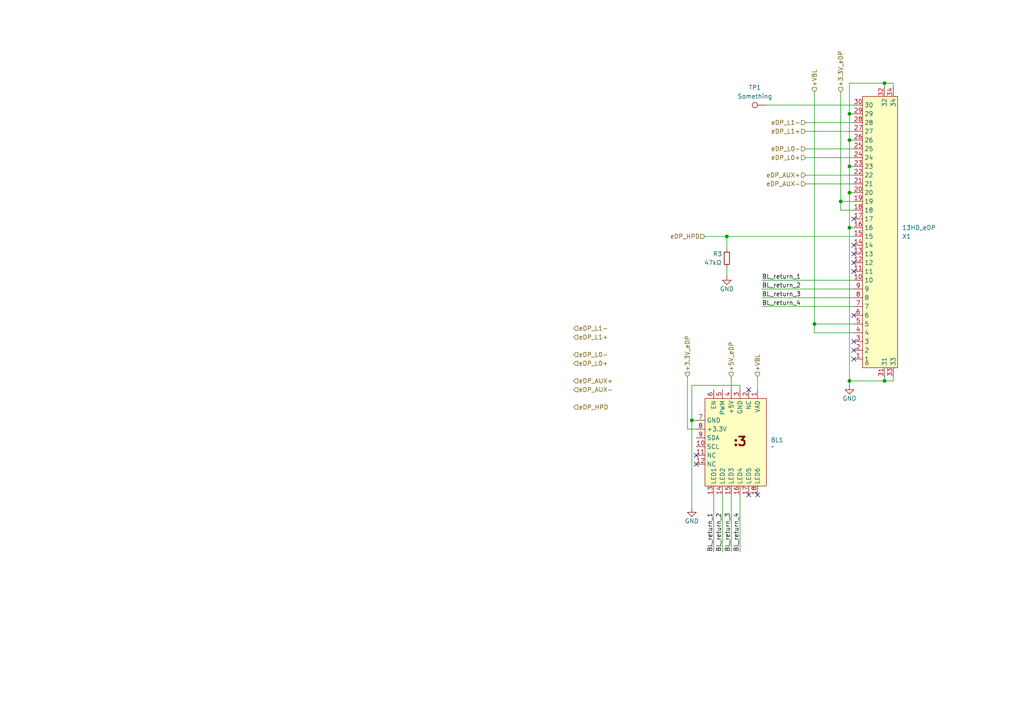
<source format=kicad_sch>
(kicad_sch (version 20231120) (generator "eeschema") (generator_version "8.0")
  (paper "A4")
  (lib_symbols
    (symbol "A_my_stuff:30pipex"
      (property "Reference" "X?" (at 0 46.99 0))
      (property "Value" "30pipex" (at 0 -46.99 0))
      (symbol "30pipex_0_1"
        (rectangle (start -2.54 39.37) (end 7.62 -39.37) (fill (type background)))
        (circle (center -1.27 38.1) (radius 0.38))
        (pin unspecified line (at -5.08 36.83 0) (length 2.54) (name "1") (number "1"))
        (pin unspecified line (at -5.08 13.97 0) (length 2.54) (name "10") (number "10"))
        (pin unspecified line (at -5.08 11.43 0) (length 2.54) (name "11") (number "11"))
        (pin unspecified line (at -5.08 8.89 0) (length 2.54) (name "12") (number "12"))
        (pin unspecified line (at -5.08 6.35 0) (length 2.54) (name "13") (number "13"))
        (pin unspecified line (at -5.08 3.81 0) (length 2.54) (name "14") (number "14"))
        (pin unspecified line (at -5.08 1.27 0) (length 2.54) (name "15") (number "15"))
        (pin unspecified line (at -5.08 -1.27 0) (length 2.54) (name "16") (number "16"))
        (pin unspecified line (at -5.08 -3.81 0) (length 2.54) (name "17") (number "17"))
        (pin unspecified line (at -5.08 -6.35 0) (length 2.54) (name "18") (number "18"))
        (pin unspecified line (at -5.08 -8.89 0) (length 2.54) (name "19") (number "19"))
        (pin unspecified line (at -5.08 34.29 0) (length 2.54) (name "2") (number "2"))
        (pin unspecified line (at -5.08 -11.43 0) (length 2.54) (name "20") (number "20"))
        (pin unspecified line (at -5.08 -13.97 0) (length 2.54) (name "21") (number "21"))
        (pin unspecified line (at -5.08 -16.51 0) (length 2.54) (name "22") (number "22"))
        (pin unspecified line (at -5.08 -19.05 0) (length 2.54) (name "23") (number "23"))
        (pin unspecified line (at -5.08 -21.59 0) (length 2.54) (name "24") (number "24"))
        (pin unspecified line (at -5.08 -24.13 0) (length 2.54) (name "25") (number "25"))
        (pin unspecified line (at -5.08 -26.67 0) (length 2.54) (name "26") (number "26"))
        (pin unspecified line (at -5.08 -29.21 0) (length 2.54) (name "27") (number "27"))
        (pin unspecified line (at -5.08 -31.75 0) (length 2.54) (name "28") (number "28"))
        (pin unspecified line (at -5.08 -34.29 0) (length 2.54) (name "29") (number "29"))
        (pin unspecified line (at -5.08 31.75 0) (length 2.54) (name "3") (number "3"))
        (pin unspecified line (at -5.08 -36.83 0) (length 2.54) (name "30") (number "30"))
        (pin unspecified line (at 3.81 41.91 270) (length 2.54) (name "31") (number "31"))
        (pin unspecified line (at 3.81 -41.91 90) (length 2.54) (name "32") (number "32"))
        (pin unspecified line (at 6.35 41.91 270) (length 2.54) (name "33") (number "33"))
        (pin unspecified line (at 6.35 -41.91 90) (length 2.54) (name "34") (number "34"))
        (pin unspecified line (at -5.08 29.21 0) (length 2.54) (name "4") (number "4"))
        (pin unspecified line (at -5.08 26.67 0) (length 2.54) (name "5") (number "5"))
        (pin unspecified line (at -5.08 24.13 0) (length 2.54) (name "6") (number "6"))
        (pin unspecified line (at -5.08 21.59 0) (length 2.54) (name "7") (number "7"))
        (pin unspecified line (at -5.08 19.05 0) (length 2.54) (name "8") (number "8"))
        (pin unspecified line (at -5.08 16.51 0) (length 2.54) (name "9") (number "9"))
      )
    )
    (symbol "A_my_stuff:koyomi-backlight"
      (property "Reference" "BL" (at 11.684 1.016 0))
      (symbol "koyomi-backlight_0_1"
        (rectangle (start -7.62 12.7) (end 10.16 -12.7) (fill (type background)))
      )
      (symbol "koyomi-backlight_1_1"
        (text ":3" (at 2.54 0.254 0) (effects (font (size 2.54 2.54) (bold yes))))
        (pin unspecified line (at 7.62 15.24 270) (length 2.54) (name "VAD") (number "1"))
        (pin unspecified line (at -10.16 -1.27 0) (length 2.54) (name "SCL") (number "10"))
        (pin unspecified line (at -10.16 -3.81 0) (length 2.54) (name "NC") (number "11"))
        (pin unspecified line (at -10.16 -6.35 0) (length 2.54) (name "NC") (number "12"))
        (pin unspecified line (at -5.08 -15.24 90) (length 2.54) (name "LED1") (number "13"))
        (pin unspecified line (at -2.54 -15.24 90) (length 2.54) (name "LED2") (number "14"))
        (pin unspecified line (at 0 -15.24 90) (length 2.54) (name "LED3") (number "15"))
        (pin unspecified line (at 2.54 -15.24 90) (length 2.54) (name "LED4") (number "16"))
        (pin unspecified line (at 5.08 -15.24 90) (length 2.54) (name "LED5") (number "17"))
        (pin unspecified line (at 7.62 -15.24 90) (length 2.54) (name "LED6") (number "18"))
        (pin unspecified line (at 5.08 15.24 270) (length 2.54) (name "NC") (number "2"))
        (pin unspecified line (at 2.54 15.24 270) (length 2.54) (name "GND") (number "3"))
        (pin unspecified line (at 0 15.24 270) (length 2.54) (name "+5V") (number "4"))
        (pin unspecified line (at -2.54 15.24 270) (length 2.54) (name "PWM") (number "5"))
        (pin unspecified line (at -5.08 15.24 270) (length 2.54) (name "EN") (number "6"))
        (pin unspecified line (at -10.16 6.35 0) (length 2.54) (name "GND") (number "7"))
        (pin unspecified line (at -10.16 3.81 0) (length 2.54) (name "+3.3V") (number "8"))
        (pin unspecified line (at -10.16 1.27 0) (length 2.54) (name "SDA") (number "9"))
      )
    )
    (symbol "Connector:TestPoint" (pin_numbers hide) (pin_names (offset 0.762) hide)
      (property "Reference" "TP" (at 0 6.858 0))
      (property "Value" "TestPoint" (at 0 5.08 0))
      (symbol "TestPoint_0_1"
        (circle (center 0 3.302) (radius 0.762))
      )
      (symbol "TestPoint_1_1"
        (pin passive line (at 0 0 90) (length 2.54) (name "1") (number "1"))
      )
    )
    (symbol "Device:R_Small" (pin_numbers hide) (pin_names (offset 0.254) hide)
      (property "Reference" "R" (at 0.762 0.508 0))
      (property "Value" "R_Small" (at 0.762 -1.016 0))
      (symbol "R_Small_0_1"
        (rectangle (start -0.762 1.778) (end 0.762 -1.778) (stroke (width 0.2032)))
      )
      (symbol "R_Small_1_1"
        (pin passive line (at 0 2.54 270) (length 0.762) (name "~") (number "1"))
        (pin passive line (at 0 -2.54 90) (length 0.762) (name "~") (number "2"))
      )
    )
    (symbol "power:GND" (power) (pin_numbers hide) (pin_names (offset 0) hide)
      (property "Value" "GND" (at 0 -3.81 0))
      (symbol "GND_0_1"
        (polyline (pts (xy 0 0) (xy 0 -1.27) (xy 1.27 -1.27) (xy 0 -2.54) (xy -1.27 -1.27) (xy 0 -1.27)))
      )
      (symbol "GND_1_1"
        (pin power_in line (at 0 0 270) (length 0) (name "~") (number "1"))
      )
    )
  )
  (junction (at 243.84 58.42))
  (junction (at 256.54 110.49))
  (junction (at 256.54 24.13))
  (junction (at 246.38 33.02))
  (junction (at 246.38 66.04))
  (junction (at 200.66 121.92))
  (junction (at 210.82 68.58))
  (junction (at 236.22 93.98))
  (junction (at 246.38 40.64))
  (junction (at 246.38 48.26))
  (junction (at 246.38 55.88))
  (junction (at 246.38 110.49))
  (no_connect (at 247.65 63.5))
  (no_connect (at 247.65 104.14))
  (no_connect (at 219.71 143.51))
  (no_connect (at 247.65 99.06))
  (no_connect (at 247.65 91.44))
  (no_connect (at 201.93 132.08))
  (no_connect (at 217.17 113.03))
  (no_connect (at 201.93 134.62))
  (no_connect (at 247.65 101.6))
  (no_connect (at 217.17 143.51))
  (no_connect (at 247.65 78.74))
  (no_connect (at 247.65 71.12))
  (no_connect (at 247.65 73.66))
  (no_connect (at 247.65 76.2))
  (wire (pts (xy 236.22 96.52) (xy 236.22 93.98)))
  (wire (pts (xy 247.65 38.1) (xy 233.68 38.1)))
  (wire (pts (xy 246.38 40.64) (xy 246.38 48.26)))
  (wire (pts (xy 210.82 68.58) (xy 247.65 68.58)))
  (wire (pts (xy 247.65 96.52) (xy 236.22 96.52)))
  (wire (pts (xy 256.54 109.22) (xy 256.54 110.49)))
  (wire (pts (xy 246.38 66.04) (xy 246.38 110.49)))
  (wire (pts (xy 214.63 113.03) (xy 214.63 111.76)))
  (wire (pts (xy 214.63 143.51) (xy 214.63 160.02)))
  (wire (pts (xy 219.71 113.03) (xy 219.71 109.22)))
  (wire (pts (xy 247.65 30.48) (xy 222.25 30.48)))
  (wire (pts (xy 210.82 72.39) (xy 210.82 68.58)))
  (wire (pts (xy 256.54 25.4) (xy 256.54 24.13)))
  (wire (pts (xy 220.98 81.28) (xy 247.65 81.28)))
  (wire (pts (xy 247.65 40.64) (xy 246.38 40.64)))
  (wire (pts (xy 204.47 68.58) (xy 210.82 68.58)))
  (wire (pts (xy 207.01 143.51) (xy 207.01 160.02)))
  (wire (pts (xy 246.38 110.49) (xy 256.54 110.49)))
  (wire (pts (xy 247.65 48.26) (xy 246.38 48.26)))
  (wire (pts (xy 220.98 86.36) (xy 247.65 86.36)))
  (wire (pts (xy 247.65 45.72) (xy 233.68 45.72)))
  (wire (pts (xy 247.65 53.34) (xy 233.68 53.34)))
  (wire (pts (xy 199.39 109.22) (xy 199.39 124.46)))
  (wire (pts (xy 246.38 33.02) (xy 246.38 40.64)))
  (wire (pts (xy 214.63 111.76) (xy 200.66 111.76)))
  (wire (pts (xy 243.84 58.42) (xy 243.84 60.96)))
  (wire (pts (xy 246.38 55.88) (xy 246.38 66.04)))
  (wire (pts (xy 259.08 24.13) (xy 256.54 24.13)))
  (wire (pts (xy 212.09 109.22) (xy 212.09 113.03)))
  (wire (pts (xy 259.08 110.49) (xy 259.08 109.22)))
  (wire (pts (xy 256.54 110.49) (xy 259.08 110.49)))
  (wire (pts (xy 233.68 50.8) (xy 247.65 50.8)))
  (wire (pts (xy 220.98 83.82) (xy 247.65 83.82)))
  (wire (pts (xy 233.68 35.56) (xy 247.65 35.56)))
  (wire (pts (xy 247.65 55.88) (xy 246.38 55.88)))
  (wire (pts (xy 243.84 26.67) (xy 243.84 58.42)))
  (wire (pts (xy 256.54 24.13) (xy 246.38 24.13)))
  (wire (pts (xy 246.38 48.26) (xy 246.38 55.88)))
  (wire (pts (xy 210.82 80.01) (xy 210.82 77.47)))
  (wire (pts (xy 199.39 124.46) (xy 201.93 124.46)))
  (wire (pts (xy 200.66 121.92) (xy 201.93 121.92)))
  (wire (pts (xy 200.66 111.76) (xy 200.66 121.92)))
  (wire (pts (xy 212.09 143.51) (xy 212.09 160.02)))
  (wire (pts (xy 247.65 66.04) (xy 246.38 66.04)))
  (wire (pts (xy 246.38 111.76) (xy 246.38 110.49)))
  (wire (pts (xy 209.55 143.51) (xy 209.55 160.02)))
  (wire (pts (xy 243.84 60.96) (xy 247.65 60.96)))
  (wire (pts (xy 220.98 88.9) (xy 247.65 88.9)))
  (wire (pts (xy 233.68 43.18) (xy 247.65 43.18)))
  (wire (pts (xy 247.65 33.02) (xy 246.38 33.02)))
  (wire (pts (xy 259.08 25.4) (xy 259.08 24.13)))
  (wire (pts (xy 246.38 24.13) (xy 246.38 33.02)))
  (wire (pts (xy 236.22 26.67) (xy 236.22 93.98)))
  (wire (pts (xy 200.66 147.32) (xy 200.66 121.92)))
  (wire (pts (xy 236.22 93.98) (xy 247.65 93.98)))
  (wire (pts (xy 243.84 58.42) (xy 247.65 58.42)))
  (label "BL_return_2" (at 220.98 83.82 0))
  (label "BL_return_1" (at 220.98 81.28 0))
  (label "BL_return_3" (at 212.09 160.02 90))
  (label "BL_return_2" (at 209.55 160.02 90))
  (label "BL_return_4" (at 220.98 88.9 0))
  (label "BL_return_3" (at 220.98 86.36 0))
  (label "BL_return_1" (at 207.01 160.02 90))
  (label "BL_return_4" (at 214.63 160.02 90))
  (hierarchical_label "eDP_L1+" (shape input) (at 233.68 38.1 180))
  (hierarchical_label "eDP_AUX-" (shape input) (at 166.37 113.03 0))
  (hierarchical_label "+3.3V_eDP" (shape input) (at 199.39 109.22 90))
  (hierarchical_label "eDP_L0-" (shape input) (at 166.37 102.87 0))
  (hierarchical_label "+5V_eDP" (shape input) (at 212.09 109.22 90))
  (hierarchical_label "eDP_AUX-" (shape input) (at 233.68 53.34 180))
  (hierarchical_label "eDP_L1+" (shape input) (at 166.37 97.79 0))
  (hierarchical_label "eDP_L0-" (shape input) (at 233.68 43.18 180))
  (hierarchical_label "eDP_L1-" (shape input) (at 233.68 35.56 180))
  (hierarchical_label "+VBL" (shape input) (at 236.22 26.67 90))
  (hierarchical_label "eDP_L0+" (shape input) (at 166.37 105.41 0))
  (hierarchical_label "+3.3V_eDP" (shape input) (at 243.84 26.67 90))
  (hierarchical_label "eDP_HPD" (shape input) (at 204.47 68.58 180))
  (hierarchical_label "eDP_L1-" (shape input) (at 166.37 95.25 0))
  (hierarchical_label "+VBL" (shape input) (at 219.71 109.22 90))
  (hierarchical_label "eDP_HPD" (shape input) (at 166.37 118.11 0))
  (hierarchical_label "eDP_AUX+" (shape input) (at 233.68 50.8 180))
  (hierarchical_label "eDP_AUX+" (shape input) (at 166.37 110.49 0))
  (hierarchical_label "eDP_L0+" (shape input) (at 233.68 45.72 180))
  (symbol (lib_id "A_my_stuff:30pipex") (at 252.73 67.31 0) (mirror x) (unit 1)
    (property "Reference" "X1" (at 261.62 68.5801 0) (effects (justify left)))
    (property "Value" "13HD_eDP" (at 261.62 66.0401 0) (effects (justify left)))
    (property "Footprint" "A_my_stuff:30pipex" (effects (hide yes)))
    (property "LCSC Part" "C2842535" (effects (hide yes)))
  )
  (symbol (lib_id "Device:R_Small") (at 210.82 74.93 0) (unit 1)
    (property "Reference" "R3" (at 206.756 73.66 0) (effects (justify left)))
    (property "Value" "47kΩ" (at 204.216 76.2 0) (effects (justify left)))
    (property "Footprint" "Resistor_SMD:R_0603_1608Metric" (effects (hide yes)))
    (property "Description" "Resistor, small symbol" (effects (hide yes)))
  )
  (symbol (lib_id "A_my_stuff:koyomi-backlight") (at 212.09 128.27 0) (unit 1)
    (property "Reference" "BL1" (at 223.52 127.6349 0) (effects (justify left)))
    (property "Value" "~" (at 223.52 129.54 0) (effects (justify left)))
    (property "Footprint" "A_my_stuff:koyomi-backlight" (effects (hide yes)))
  )
  (symbol (lib_id "Connector:TestPoint") (at 222.25 30.48 90) (unit 1)
    (property "Reference" "TP1" (at 218.948 25.4 90))
    (property "Value" "Something" (at 218.948 27.94 90))
    (property "Footprint" "TestPoint:TestPoint_THTPad_D1.5mm_Drill0.7mm" (effects (hide yes)))
    (property "Description" "test point" (effects (hide yes)))
  )
  (symbol (lib_id "power:GND") (at 200.66 147.32 0) (unit 1)
    (property "Reference" "#PWR08" (effects (hide yes)))
    (property "Value" "GND" (at 200.66 151.13 0))
    (property "Description" "Power symbol creates a global label with name \"GND\" , ground" (effects (hide yes)))
  )
  (symbol (lib_id "power:GND") (at 246.38 111.76 0) (unit 1)
    (property "Reference" "#PWR016" (effects (hide yes)))
    (property "Value" "GND" (at 246.38 115.57 0))
    (property "Description" "Power symbol creates a global label with name \"GND\" , ground" (effects (hide yes)))
  )
  (symbol (lib_id "power:GND") (at 210.82 80.01 0) (unit 1)
    (property "Reference" "#PWR09" (effects (hide yes)))
    (property "Value" "GND" (at 210.82 83.82 0))
    (property "Description" "Power symbol creates a global label with name \"GND\" , ground" (effects (hide yes)))
  )
)
</source>
